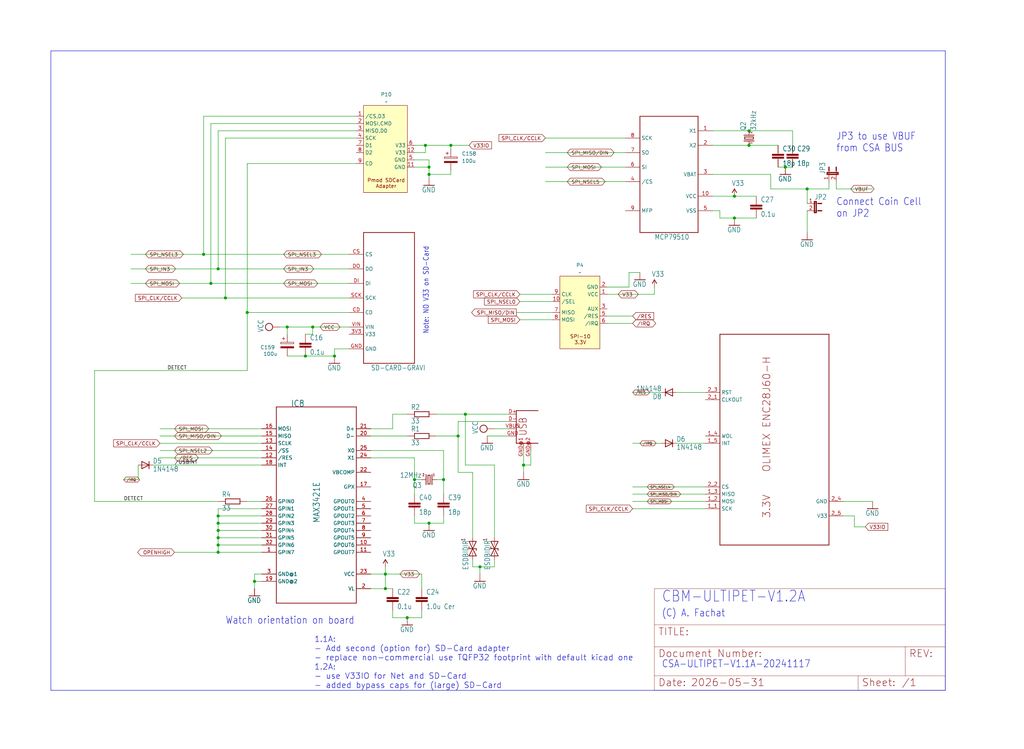
<source format=kicad_sch>
(kicad_sch (version 20231120) (generator "eeschema") (generator_version "8.0")
  (paper "User" 357.683 261.772)
  (lib_symbols
    (symbol "Device:C_Polarized" (pin_numbers hide) (pin_names (offset 0.254))
      (property "Reference" "C" (at 0.635 2.54 0))
      (property "Value" "C_Polarized" (at 0.635 -2.54 0))
      (symbol "C_Polarized_0_1"
        (rectangle (start -2.286 0.508) (end 2.286 1.016))
        (polyline (pts (xy -1.778 2.286) (xy -0.762 2.286)))
        (polyline (pts (xy -1.27 2.794) (xy -1.27 1.778)))
        (rectangle (start 2.286 -0.508) (end -2.286 -1.016) (fill (type outline)))
      )
      (symbol "C_Polarized_1_1"
        (pin passive line (at 0 3.81 270) (length 2.794) (name "~") (number "1"))
        (pin passive line (at 0 -3.81 90) (length 2.794) (name "~") (number "2"))
      )
    )
    (symbol "SDCard:Pmod-SDCard"
      (property "Reference" "P" (at 0 3.556 0))
      (symbol "Pmod-SDCard_0_1"
        (rectangle (start 8.255 -17.145) (end 8.255 -17.145))
      )
      (symbol "Pmod-SDCard_1_1"
        (rectangle (start -7.62 2.54) (end 7.62 -27.94) (fill (type background)))
        (text "Pmod SDCard\nAdapter" (at 0.254 -24.638 0) (effects (font (size 1.27 1.27))))
        (pin bidirectional line (at -10.16 -1.27 0) (length 2.54) (name "/CS,D3") (number "1"))
        (pin power_in line (at 10.16 -19.05 180) (length 2.54) (name "GND") (number "11"))
        (pin power_in line (at 10.16 -13.97 180) (length 2.54) (name "V33") (number "12"))
        (pin input line (at -10.16 -3.81 0) (length 2.54) (name "MOSI,CMD") (number "2"))
        (pin bidirectional line (at -10.16 -6.35 0) (length 2.54) (name "MISO,D0") (number "3"))
        (pin input line (at -10.16 -8.89 0) (length 2.54) (name "SCK") (number "4"))
        (pin power_in line (at 10.16 -16.51 180) (length 2.54) (name "GND") (number "5"))
        (pin power_in line (at 10.16 -11.43 180) (length 2.54) (name "V33") (number "6"))
        (pin bidirectional line (at -10.16 -11.43 0) (length 2.54) (name "D1") (number "7"))
        (pin bidirectional line (at -10.16 -13.97 0) (length 2.54) (name "D2") (number "8"))
        (pin output line (at -10.16 -17.78 0) (length 2.54) (name "CD") (number "9"))
      )
    )
    (symbol "SPI:SPI-10-3V3"
      (property "Reference" "P" (at 3.81 0.254 0))
      (symbol "SPI-10-3V3_1_1"
        (rectangle (start -2.54 -1.27) (end 11.43 -26.67) (fill (type background)))
        (text "SPI-10\n3.3V" (at 4.318 -4.572 0) (effects (font (size 1.27 1.27))))
        (pin power_in line (at -5.08 -20.32 0) (length 2.54) (name "VCC") (number "1"))
        (pin input line (at 13.97 -17.78 180) (length 2.54) (name "/SEL") (number "10"))
        (pin power_in line (at -5.08 -22.86 0) (length 2.54) (name "GND") (number "2"))
        (pin bidirectional line (at -5.08 -15.24 0) (length 2.54) (name "AUX") (number "3"))
        (pin input line (at -5.08 -12.7 0) (length 2.54) (name "/RES") (number "5"))
        (pin open_collector line (at -5.08 -10.16 0) (length 2.54) (name "/IRQ") (number "6"))
        (pin output line (at 13.97 -13.97 180) (length 2.54) (name "MISO") (number "7"))
        (pin input line (at 13.97 -11.43 180) (length 2.54) (name "MOSI") (number "8"))
        (pin input line (at 13.97 -20.32 180) (length 2.54) (name "CLK") (number "9"))
      )
    )
    (symbol "cbm_ultipet_v1-eagle-import:3.3V" (power)
      (property "Value" "3.3V" (at -1.016 3.556 0))
      (symbol "3.3V_1_0"
        (polyline (pts (xy 0 2.54) (xy -0.762 1.27)) (stroke (width 0.254)))
        (polyline (pts (xy 0.762 1.27) (xy 0 2.54)) (stroke (width 0.254)))
        (pin power_in line (at 0 0 90) (length 2.54) (name "3.3V") (number "1"))
      )
    )
    (symbol "cbm_ultipet_v1-eagle-import:C-EUC0603"
      (property "Reference" "C" (at 1.524 0.381 0))
      (symbol "C-EUC0603_1_0"
        (rectangle (start -2.032 -2.032) (end 2.032 -1.524) (fill (type outline)))
        (rectangle (start -2.032 -1.016) (end 2.032 -0.508) (fill (type outline)))
        (polyline (pts (xy 0 -2.54) (xy 0 -2.032)) (stroke (width 0.1524)))
        (polyline (pts (xy 0 0) (xy 0 -0.508)) (stroke (width 0.1524)))
        (pin passive line (at 0 2.54 270) (length 2.54) (name "1") (number "1"))
        (pin passive line (at 0 -5.08 90) (length 2.54) (name "2") (number "2"))
      )
    )
    (symbol "cbm_ultipet_v1-eagle-import:CRYSTALHC49S"
      (property "Reference" "Q" (at 2.54 1.016 0))
      (symbol "CRYSTALHC49S_1_0"
        (polyline (pts (xy -2.54 0) (xy -1.016 0)) (stroke (width 0.1524)))
        (polyline (pts (xy -1.016 1.778) (xy -1.016 -1.778)) (stroke (width 0.254)))
        (polyline (pts (xy -0.381 -1.524) (xy 0.381 -1.524)) (stroke (width 0.254)))
        (polyline (pts (xy -0.381 1.524) (xy -0.381 -1.524)) (stroke (width 0.254)))
        (polyline (pts (xy 0.381 -1.524) (xy 0.381 1.524)) (stroke (width 0.254)))
        (polyline (pts (xy 0.381 1.524) (xy -0.381 1.524)) (stroke (width 0.254)))
        (polyline (pts (xy 1.016 0) (xy 2.54 0)) (stroke (width 0.1524)))
        (polyline (pts (xy 1.016 1.778) (xy 1.016 -1.778)) (stroke (width 0.254)))
        (text "1" (at -2.159 -1.143 0) (effects (font (size 0.8636 0.734)) (justify left bottom)))
        (text "2" (at 1.524 -1.143 0) (effects (font (size 0.8636 0.734)) (justify left bottom)))
        (pin passive line (at -2.54 0 0) (length 0) (name "1") (number "1"))
        (pin passive line (at 2.54 0 180) (length 0) (name "2") (number "2"))
      )
    )
    (symbol "cbm_ultipet_v1-eagle-import:CRYSTALTC26H"
      (property "Reference" "Q" (at 2.54 1.016 0))
      (symbol "CRYSTALTC26H_1_0"
        (polyline (pts (xy -2.54 0) (xy -1.016 0)) (stroke (width 0.1524)))
        (polyline (pts (xy -1.016 1.778) (xy -1.016 -1.778)) (stroke (width 0.254)))
        (polyline (pts (xy -0.381 -1.524) (xy 0.381 -1.524)) (stroke (width 0.254)))
        (polyline (pts (xy -0.381 1.524) (xy -0.381 -1.524)) (stroke (width 0.254)))
        (polyline (pts (xy 0.381 -1.524) (xy 0.381 1.524)) (stroke (width 0.254)))
        (polyline (pts (xy 0.381 1.524) (xy -0.381 1.524)) (stroke (width 0.254)))
        (polyline (pts (xy 1.016 0) (xy 2.54 0)) (stroke (width 0.1524)))
        (polyline (pts (xy 1.016 1.778) (xy 1.016 -1.778)) (stroke (width 0.254)))
        (text "1" (at -2.159 -1.143 0) (effects (font (size 0.8636 0.734)) (justify left bottom)))
        (text "2" (at 1.524 -1.143 0) (effects (font (size 0.8636 0.734)) (justify left bottom)))
        (pin passive line (at -2.54 0 0) (length 0) (name "1") (number "1"))
        (pin passive line (at 2.54 0 180) (length 0) (name "2") (number "2"))
      )
    )
    (symbol "cbm_ultipet_v1-eagle-import:DIODE-D-5"
      (property "Reference" "D" (at 2.54 0.4826 0))
      (symbol "DIODE-D-5_1_0"
        (polyline (pts (xy -1.27 -1.27) (xy 1.27 0)) (stroke (width 0.254)))
        (polyline (pts (xy -1.27 1.27) (xy -1.27 -1.27)) (stroke (width 0.254)))
        (polyline (pts (xy 1.27 0) (xy -1.27 1.27)) (stroke (width 0.254)))
        (polyline (pts (xy 1.27 0) (xy 1.27 -1.27)) (stroke (width 0.254)))
        (polyline (pts (xy 1.27 1.27) (xy 1.27 0)) (stroke (width 0.254)))
        (pin passive line (at -2.54 0 0) (length 2.54) (name "A") (number "A"))
        (pin passive line (at 2.54 0 180) (length 2.54) (name "C") (number "C"))
      )
    )
    (symbol "cbm_ultipet_v1-eagle-import:DOCFIELD"
      (symbol "DOCFIELD_1_0"
        (polyline (pts (xy 0 0) (xy 0 5.08)) (stroke (width 0.1016)))
        (polyline (pts (xy 0 0) (xy 71.12 0)) (stroke (width 0.1016)))
        (polyline (pts (xy 0 5.08) (xy 0 15.24)) (stroke (width 0.1016)))
        (polyline (pts (xy 0 5.08) (xy 71.12 5.08)) (stroke (width 0.1016)))
        (polyline (pts (xy 0 15.24) (xy 0 22.86)) (stroke (width 0.1016)))
        (polyline (pts (xy 0 22.86) (xy 0 35.56)) (stroke (width 0.1016)))
        (polyline (pts (xy 0 22.86) (xy 101.6 22.86)) (stroke (width 0.1016)))
        (polyline (pts (xy 71.12 0) (xy 101.6 0)) (stroke (width 0.1016)))
        (polyline (pts (xy 71.12 5.08) (xy 71.12 0)) (stroke (width 0.1016)))
        (polyline (pts (xy 71.12 5.08) (xy 87.63 5.08)) (stroke (width 0.1016)))
        (polyline (pts (xy 87.63 5.08) (xy 101.6 5.08)) (stroke (width 0.1016)))
        (polyline (pts (xy 87.63 15.24) (xy 0 15.24)) (stroke (width 0.1016)))
        (polyline (pts (xy 87.63 15.24) (xy 87.63 5.08)) (stroke (width 0.1016)))
        (polyline (pts (xy 101.6 5.08) (xy 101.6 0)) (stroke (width 0.1016)))
        (polyline (pts (xy 101.6 15.24) (xy 87.63 15.24)) (stroke (width 0.1016)))
        (polyline (pts (xy 101.6 15.24) (xy 101.6 5.08)) (stroke (width 0.1016)))
        (polyline (pts (xy 101.6 22.86) (xy 101.6 15.24)) (stroke (width 0.1016)))
        (polyline (pts (xy 101.6 35.56) (xy 0 35.56)) (stroke (width 0.1016)))
        (polyline (pts (xy 101.6 35.56) (xy 101.6 22.86)) (stroke (width 0.1016)))
        (text "${#}/${##}" (at 86.36 1.27 0) (effects (font (size 2.54 2.54)) (justify left bottom)))
        (text "${CURRENT_DATE}" (at 12.7 1.27 0) (effects (font (size 2.54 2.54)) (justify left bottom)))
        (text "${PROJECTNAME}" (at 17.78 19.05 0) (effects (font (size 2.54 2.54)) (justify left bottom)))
        (text "Date:" (at 1.27 1.27 0) (effects (font (size 2.54 2.54)) (justify left bottom)))
        (text "Document Number:" (at 1.27 11.43 0) (effects (font (size 2.54 2.54)) (justify left bottom)))
        (text "REV:" (at 88.9 11.43 0) (effects (font (size 2.54 2.54)) (justify left bottom)))
        (text "Sheet:" (at 72.39 1.27 0) (effects (font (size 2.54 2.54)) (justify left bottom)))
        (text "TITLE:" (at 1.27 19.05 0) (effects (font (size 2.54 2.54)) (justify left bottom)))
      )
    )
    (symbol "cbm_ultipet_v1-eagle-import:ESDBIDIR"
      (symbol "ESDBIDIR_1_0"
        (polyline (pts (xy -3.81 -1.27) (xy -1.27 0)) (stroke (width 0.254)))
        (polyline (pts (xy -3.81 1.27) (xy -3.81 -1.27)) (stroke (width 0.254)))
        (polyline (pts (xy -1.27 -1.27) (xy -1.905 -1.27)) (stroke (width 0.254)))
        (polyline (pts (xy -1.27 0) (xy -3.81 1.27)) (stroke (width 0.254)))
        (polyline (pts (xy -1.27 0) (xy -1.27 -1.27)) (stroke (width 0.254)))
        (polyline (pts (xy -1.27 0) (xy 1.27 1.27)) (stroke (width 0.254)))
        (polyline (pts (xy -1.27 1.27) (xy -1.27 0)) (stroke (width 0.254)))
        (polyline (pts (xy -0.635 1.27) (xy -1.27 1.27)) (stroke (width 0.254)))
        (polyline (pts (xy 1.27 -1.27) (xy -1.27 0)) (stroke (width 0.254)))
        (polyline (pts (xy 1.27 1.27) (xy 1.27 -1.27)) (stroke (width 0.254)))
        (text "1" (at -5.08 -2.54 0) (effects (font (size 1.27 1.0795)) (justify left bottom)))
        (pin passive line (at 2.54 0 180) (length 2.54) (name "2") (number "1"))
        (pin passive line (at -5.08 0 0) (length 2.54) (name "1") (number "2"))
      )
    )
    (symbol "cbm_ultipet_v1-eagle-import:ETHOLIENC"
      (symbol "ETHOLIENC_1_0"
        (polyline (pts (xy -17.78 -35.56) (xy -17.78 38.1)) (stroke (width 0.254)))
        (polyline (pts (xy -17.78 38.1) (xy 20.32 38.1)) (stroke (width 0.254)))
        (polyline (pts (xy 20.32 -35.56) (xy -17.78 -35.56)) (stroke (width 0.254)))
        (polyline (pts (xy 20.32 38.1) (xy 20.32 -35.56)) (stroke (width 0.254)))
        (text "3.3V" (at 2.54 20.32 900) (effects (font (size 2.54 2.54)) (justify left bottom)))
        (text "OLIMEX ENC28J60-H" (at 2.54 -27.94 900) (effects (font (size 2.54 2.54)) (justify left bottom)))
        (pin bidirectional line (at 25.4 25.4 180) (length 5.08) (name "SCK") (number "1_1"))
        (pin bidirectional line (at 25.4 22.86 180) (length 5.08) (name "MOSI") (number "1_2"))
        (pin bidirectional line (at 25.4 20.32 180) (length 5.08) (name "MISO") (number "1_3"))
        (pin bidirectional line (at 25.4 0 180) (length 5.08) (name "WOL") (number "1_4"))
        (pin bidirectional line (at 25.4 2.54 180) (length 5.08) (name "INT") (number "1_5"))
        (pin bidirectional line (at 25.4 -12.7 180) (length 5.08) (name "CLKOUT") (number "2_1"))
        (pin bidirectional line (at 25.4 17.78 180) (length 5.08) (name "CS") (number "2_2"))
        (pin bidirectional line (at 25.4 -15.24 180) (length 5.08) (name "RST") (number "2_3"))
        (pin bidirectional line (at -22.86 22.86 0) (length 5.08) (name "GND") (number "2_4"))
        (pin bidirectional line (at -22.86 27.94 0) (length 5.08) (name "V33") (number "2_5"))
      )
    )
    (symbol "cbm_ultipet_v1-eagle-import:GND" (power)
      (property "Value" "GND" (at -2.54 -2.54 0))
      (symbol "GND_1_0"
        (polyline (pts (xy -1.905 0) (xy 1.905 0)) (stroke (width 0.254)))
        (pin power_in line (at 0 2.54 270) (length 2.54) (name "GND") (number "1"))
      )
    )
    (symbol "cbm_ultipet_v1-eagle-import:JP1E"
      (property "Reference" "JP" (at -1.27 0 90))
      (symbol "JP1E_1_0"
        (polyline (pts (xy -0.635 0) (xy 3.175 0)) (stroke (width 0.4064)))
        (polyline (pts (xy -0.635 0.635) (xy -0.635 0)) (stroke (width 0.4064)))
        (polyline (pts (xy 0 0) (xy 0 1.27)) (stroke (width 0.1524)))
        (polyline (pts (xy 0 2.54) (xy 0 1.27)) (stroke (width 0.4064)))
        (polyline (pts (xy 2.54 0) (xy 2.54 1.27)) (stroke (width 0.1524)))
        (polyline (pts (xy 2.54 2.54) (xy 2.54 1.27)) (stroke (width 0.4064)))
        (polyline (pts (xy 3.175 0) (xy 3.175 0.635)) (stroke (width 0.4064)))
        (polyline (pts (xy 3.175 0.635) (xy -0.635 0.635)) (stroke (width 0.4064)))
        (pin passive line (at 0 -2.54 90) (length 2.54) (name "1") (number "1"))
        (pin passive line (at 2.54 -2.54 90) (length 2.54) (name "2") (number "2"))
      )
    )
    (symbol "cbm_ultipet_v1-eagle-import:MAX3421E"
      (property "Reference" "IC" (at -15.24 22.86 0))
      (symbol "MAX3421E_1_0"
        (polyline (pts (xy -20.32 -45.72) (xy -20.32 22.86)) (stroke (width 0.254)))
        (polyline (pts (xy -20.32 22.86) (xy 7.62 22.86)) (stroke (width 0.254)))
        (polyline (pts (xy 7.62 -45.72) (xy -20.32 -45.72)) (stroke (width 0.254)))
        (polyline (pts (xy 7.62 22.86) (xy 7.62 -45.72)) (stroke (width 0.254)))
        (pin input line (at -25.4 -27.94 0) (length 5.08) (name "GPIN7") (number "1"))
        (pin output line (at 12.7 -25.4 180) (length 5.08) (name "GPOUT6") (number "10"))
        (pin output line (at 12.7 -27.94 180) (length 5.08) (name "GPOUT7") (number "11"))
        (pin input line (at -25.4 5.08 0) (length 5.08) (name "/RES") (number "12"))
        (pin input line (at -25.4 10.16 0) (length 5.08) (name "SCLK") (number "13"))
        (pin input line (at -25.4 7.62 0) (length 5.08) (name "/SS") (number "14"))
        (pin output line (at -25.4 12.7 0) (length 5.08) (name "MISO") (number "15"))
        (pin input line (at -25.4 15.24 0) (length 5.08) (name "MOSI") (number "16"))
        (pin bidirectional line (at 12.7 -5.08 180) (length 5.08) (name "GPX") (number "17"))
        (pin output line (at -25.4 2.54 0) (length 5.08) (name "INT") (number "18"))
        (pin power_in line (at -25.4 -38.1 0) (length 5.08) (name "GND@2") (number "19"))
        (pin power_in line (at 12.7 -40.64 180) (length 5.08) (name "VL") (number "2"))
        (pin bidirectional line (at 12.7 12.7 180) (length 5.08) (name "D-") (number "20"))
        (pin bidirectional line (at 12.7 15.24 180) (length 5.08) (name "D+") (number "21"))
        (pin bidirectional line (at 12.7 0 180) (length 5.08) (name "VBCOMP") (number "22"))
        (pin power_in line (at 12.7 -35.56 180) (length 5.08) (name "VCC") (number "23"))
        (pin bidirectional line (at 12.7 5.08 180) (length 5.08) (name "X1") (number "24"))
        (pin bidirectional line (at 12.7 7.62 180) (length 5.08) (name "X0") (number "25"))
        (pin input line (at -25.4 -10.16 0) (length 5.08) (name "GPIN0") (number "26"))
        (pin input line (at -25.4 -12.7 0) (length 5.08) (name "GPIN1") (number "27"))
        (pin input line (at -25.4 -15.24 0) (length 5.08) (name "GPIN2") (number "28"))
        (pin input line (at -25.4 -17.78 0) (length 5.08) (name "GPIN3") (number "29"))
        (pin power_in line (at -25.4 -35.56 0) (length 5.08) (name "GND@1") (number "3"))
        (pin input line (at -25.4 -20.32 0) (length 5.08) (name "GPIN4") (number "30"))
        (pin input line (at -25.4 -22.86 0) (length 5.08) (name "GPIN5") (number "31"))
        (pin input line (at -25.4 -25.4 0) (length 5.08) (name "GPIN6") (number "32"))
        (pin output line (at 12.7 -10.16 180) (length 5.08) (name "GPOUT0") (number "4"))
        (pin output line (at 12.7 -12.7 180) (length 5.08) (name "GPOUT1") (number "5"))
        (pin output line (at 12.7 -15.24 180) (length 5.08) (name "GPOUT2") (number "6"))
        (pin output line (at 12.7 -17.78 180) (length 5.08) (name "GPOUT3") (number "7"))
        (pin output line (at 12.7 -20.32 180) (length 5.08) (name "GPOUT4") (number "8"))
        (pin output line (at 12.7 -22.86 180) (length 5.08) (name "GPOUT5") (number "9"))
      )
    )
    (symbol "cbm_ultipet_v1-eagle-import:MCP79510"
      (symbol "MCP79510_1_0"
        (polyline (pts (xy -10.16 -22.86) (xy -10.16 17.78)) (stroke (width 0.254)))
        (polyline (pts (xy -10.16 17.78) (xy 10.16 17.78)) (stroke (width 0.254)))
        (polyline (pts (xy 10.16 -22.86) (xy -10.16 -22.86)) (stroke (width 0.254)))
        (polyline (pts (xy 10.16 17.78) (xy 10.16 -22.86)) (stroke (width 0.254)))
        (pin bidirectional line (at 15.24 12.7 180) (length 5.08) (name "X1") (number "1"))
        (pin bidirectional line (at 15.24 -10.16 180) (length 5.08) (name "VCC") (number "10"))
        (pin bidirectional line (at 15.24 7.62 180) (length 5.08) (name "X2") (number "2"))
        (pin bidirectional line (at 15.24 -2.54 180) (length 5.08) (name "VBAT") (number "3"))
        (pin bidirectional line (at -15.24 -5.08 0) (length 5.08) (name "/CS") (number "4"))
        (pin bidirectional line (at 15.24 -15.24 180) (length 5.08) (name "VSS") (number "5"))
        (pin bidirectional line (at -15.24 0 0) (length 5.08) (name "SI") (number "6"))
        (pin bidirectional line (at -15.24 5.08 0) (length 5.08) (name "SO") (number "7"))
        (pin bidirectional line (at -15.24 10.16 0) (length 5.08) (name "SCK") (number "8"))
        (pin bidirectional line (at -15.24 -15.24 0) (length 5.08) (name "MFP") (number "9"))
      )
    )
    (symbol "cbm_ultipet_v1-eagle-import:R-EU_0204/7"
      (property "Reference" "R" (at -3.81 1.4986 0))
      (symbol "R-EU_0204/7_1_0"
        (polyline (pts (xy -2.54 -0.889) (xy -2.54 0.889)) (stroke (width 0.254)))
        (polyline (pts (xy -2.54 -0.889) (xy 2.54 -0.889)) (stroke (width 0.254)))
        (polyline (pts (xy 2.54 -0.889) (xy 2.54 0.889)) (stroke (width 0.254)))
        (polyline (pts (xy 2.54 0.889) (xy -2.54 0.889)) (stroke (width 0.254)))
        (pin passive line (at -5.08 0 0) (length 2.54) (name "1") (number "1"))
        (pin passive line (at 5.08 0 180) (length 2.54) (name "2") (number "2"))
      )
    )
    (symbol "cbm_ultipet_v1-eagle-import:SD-CARD-GRAVI"
      (symbol "SD-CARD-GRAVI_1_0"
        (polyline (pts (xy -7.62 -22.86) (xy -7.62 22.86)) (stroke (width 0.254)))
        (polyline (pts (xy -7.62 22.86) (xy 10.16 22.86)) (stroke (width 0.254)))
        (polyline (pts (xy 10.16 -22.86) (xy -7.62 -22.86)) (stroke (width 0.254)))
        (polyline (pts (xy 10.16 22.86) (xy 10.16 -22.86)) (stroke (width 0.254)))
        (pin power_in line (at -12.7 -12.7 0) (length 5.08) (name "V33") (number "3V3"))
        (pin input line (at -12.7 -5.08 0) (length 5.08) (name "CD") (number "CD"))
        (pin bidirectional line (at -12.7 15.24 0) (length 5.08) (name "CS") (number "CS"))
        (pin input line (at -12.7 5.08 0) (length 5.08) (name "DI") (number "DI"))
        (pin bidirectional line (at -12.7 10.16 0) (length 5.08) (name "DO") (number "DO"))
        (pin power_in line (at -12.7 -17.78 0) (length 5.08) (name "GND") (number "GND"))
        (pin input line (at -12.7 0 0) (length 5.08) (name "SCK") (number "SCK"))
        (pin power_in line (at -12.7 -10.16 0) (length 5.08) (name "VIN") (number "VIN"))
      )
    )
    (symbol "cbm_ultipet_v1-eagle-import:USB-A-H"
      (symbol "USB-A-H_1_0"
        (polyline (pts (xy 0 -2.54) (xy 7.62 -2.54)) (stroke (width 0.254)))
        (polyline (pts (xy 0 8.89) (xy 0 -2.54)) (stroke (width 0.254)))
        (polyline (pts (xy 7.62 8.89) (xy 0 8.89)) (stroke (width 0.254)))
        (text "USB" (at 3.81 0 900) (effects (font (size 2.54 2.159)) (justify left bottom)))
        (pin bidirectional line (at -2.54 7.62 0) (length 2.54) (name "D+") (number "D+"))
        (pin bidirectional line (at -2.54 5.08 0) (length 2.54) (name "D-") (number "D-"))
        (pin bidirectional line (at -2.54 0 0) (length 2.54) (name "GND") (number "GND"))
        (pin bidirectional line (at 2.54 -5.08 90) (length 2.54) (name "GND@1") (number "GND@1"))
        (pin bidirectional line (at 5.08 -5.08 90) (length 2.54) (name "GND@2") (number "GND@2"))
        (pin bidirectional line (at -2.54 2.54 0) (length 2.54) (name "VBUS") (number "VBUS"))
      )
    )
    (symbol "cbm_ultipet_v1-eagle-import:VCC" (power)
      (property "Value" "VCC" (at -1.905 3.175 0))
      (symbol "VCC_1_0"
        (circle (center 0 1.27) (radius 1.27) (stroke (width 0.254)))
        (pin power_in line (at 0 -2.54 90) (length 2.54) (name "VCC") (number "1"))
      )
    )
  )
  (junction (at 261.62 45.72))
  (junction (at 76.2 193.04))
  (junction (at 88.9 203.2))
  (junction (at 182.88 162.56))
  (junction (at 274.32 58.42))
  (junction (at 256.54 76.2))
  (junction (at 154.94 167.64))
  (junction (at 76.2 187.96))
  (junction (at 100.33 114.3))
  (junction (at 71.12 88.9))
  (junction (at 76.2 185.42))
  (junction (at 160.02 152.4))
  (junction (at 116.84 124.46))
  (junction (at 149.86 182.88))
  (junction (at 134.62 200.66))
  (junction (at 162.56 144.78))
  (junction (at 149.86 60.96))
  (junction (at 149.86 58.42))
  (junction (at 76.2 180.34))
  (junction (at 78.74 104.14))
  (junction (at 109.22 114.3))
  (junction (at 148.59 50.8))
  (junction (at 86.36 109.22))
  (junction (at 76.2 182.88))
  (junction (at 256.54 68.58))
  (junction (at 76.2 93.98))
  (junction (at 73.66 99.06))
  (junction (at 76.2 190.5))
  (junction (at 144.78 167.64))
  (junction (at 134.62 205.74))
  (junction (at 281.94 66.04))
  (junction (at 142.24 215.9))
  (junction (at 167.64 198.12))
  (junction (at 157.48 50.8))
  (junction (at 106.68 124.46))
  (junction (at 261.62 50.8))
  (wire (pts (xy 180.34 109.22) (xy 193.04 109.22)))
  (polyline (pts (xy 17.78 17.78) (xy 17.78 241.3)) (stroke (width 0.1524) (type solid)))
  (wire (pts (xy 73.66 43.18) (xy 73.66 99.06)))
  (wire (pts (xy 129.54 205.74) (xy 134.62 205.74)) (stroke (width 0.1524)))
  (wire (pts (xy 185.42 157.48) (xy 185.42 162.56)) (stroke (width 0.1524)))
  (wire (pts (xy 162.56 144.78) (xy 177.8 144.78)) (stroke (width 0.1524)))
  (wire (pts (xy 218.44 58.42) (xy 190.5 58.42)) (stroke (width 0.1524)))
  (wire (pts (xy 165.1 165.1) (xy 160.02 165.1)) (stroke (width 0.1524)))
  (wire (pts (xy 181.61 102.87) (xy 193.04 102.87)))
  (wire (pts (xy 147.32 200.66) (xy 147.32 205.74)) (stroke (width 0.1524)))
  (wire (pts (xy 129.54 160.02) (xy 144.78 160.02)) (stroke (width 0.1524)))
  (polyline (pts (xy 330.2 241.3) (xy 330.2 17.78)) (stroke (width 0.1524) (type solid)))
  (wire (pts (xy 91.44 203.2) (xy 88.9 203.2)) (stroke (width 0.1524)))
  (wire (pts (xy 251.46 76.2) (xy 256.54 76.2)) (stroke (width 0.1524)))
  (wire (pts (xy 76.2 175.26) (xy 33.02 175.26)) (stroke (width 0.1524)))
  (wire (pts (xy 181.61 105.41) (xy 193.04 105.41)))
  (wire (pts (xy 276.86 45.72) (xy 276.86 50.8)) (stroke (width 0.1524)))
  (wire (pts (xy 100.33 114.3) (xy 97.79 114.3)) (stroke (width 0.1524)))
  (wire (pts (xy 76.2 187.96) (xy 76.2 185.42)) (stroke (width 0.1524)))
  (wire (pts (xy 292.1 63.5) (xy 292.1 66.04)) (stroke (width 0.1524)))
  (wire (pts (xy 91.44 182.88) (xy 76.2 182.88)) (stroke (width 0.1524)))
  (wire (pts (xy 91.44 187.96) (xy 76.2 187.96)) (stroke (width 0.1524)))
  (wire (pts (xy 129.54 157.48) (xy 154.94 157.48)) (stroke (width 0.1524)))
  (wire (pts (xy 86.36 109.22) (xy 86.36 129.54)) (stroke (width 0.1524)))
  (wire (pts (xy 172.72 187.96) (xy 172.72 162.56)) (stroke (width 0.1524)))
  (wire (pts (xy 137.16 149.86) (xy 137.16 144.78)) (stroke (width 0.1524)))
  (wire (pts (xy 134.62 200.66) (xy 134.62 198.12)) (stroke (width 0.1524)))
  (wire (pts (xy 116.84 124.46) (xy 106.68 124.46)) (stroke (width 0.1524)))
  (wire (pts (xy 269.24 60.96) (xy 269.24 66.04)) (stroke (width 0.1524)))
  (wire (pts (xy 149.86 60.96) (xy 149.86 62.23)))
  (wire (pts (xy 172.72 149.86) (xy 177.8 149.86)) (stroke (width 0.1524)))
  (wire (pts (xy 157.48 50.8) (xy 163.83 50.8)))
  (wire (pts (xy 91.44 157.48) (xy 55.88 157.48)) (stroke (width 0.1524)))
  (wire (pts (xy 160.02 147.32) (xy 177.8 147.32)) (stroke (width 0.1524)))
  (wire (pts (xy 91.44 185.42) (xy 76.2 185.42)) (stroke (width 0.1524)))
  (wire (pts (xy 129.54 200.66) (xy 134.62 200.66)) (stroke (width 0.1524)))
  (wire (pts (xy 271.78 58.42) (xy 274.32 58.42)) (stroke (width 0.1524)))
  (wire (pts (xy 157.48 50.8) (xy 157.48 52.07)))
  (wire (pts (xy 144.78 167.64) (xy 144.78 160.02)) (stroke (width 0.1524)))
  (wire (pts (xy 231.14 154.94) (xy 220.98 154.94)) (stroke (width 0.1524)))
  (wire (pts (xy 91.44 190.5) (xy 76.2 190.5)) (stroke (width 0.1524)))
  (wire (pts (xy 218.44 63.5) (xy 190.5 63.5)) (stroke (width 0.1524)))
  (wire (pts (xy 246.38 177.8) (xy 220.98 177.8)) (stroke (width 0.1524)))
  (wire (pts (xy 134.62 205.74) (xy 137.16 205.74)) (stroke (width 0.1524)))
  (wire (pts (xy 76.2 93.98) (xy 121.92 93.98)) (stroke (width 0.1524)))
  (wire (pts (xy 152.4 144.78) (xy 162.56 144.78)) (stroke (width 0.1524)))
  (wire (pts (xy 149.86 182.88) (xy 154.94 182.88)) (stroke (width 0.1524)))
  (wire (pts (xy 124.46 45.72) (xy 76.2 45.72)))
  (wire (pts (xy 76.2 193.04) (xy 76.2 190.5)) (stroke (width 0.1524)))
  (wire (pts (xy 149.86 58.42) (xy 149.86 60.96)))
  (polyline (pts (xy 17.78 241.3) (xy 330.2 241.3)) (stroke (width 0.1524) (type solid)))
  (wire (pts (xy 91.44 154.94) (xy 55.88 154.94)) (stroke (width 0.1524)))
  (wire (pts (xy 246.38 175.26) (xy 220.98 175.26)) (stroke (width 0.1524)))
  (wire (pts (xy 124.46 48.26) (xy 78.74 48.26)))
  (wire (pts (xy 274.32 58.42) (xy 276.86 58.42)) (stroke (width 0.1524)))
  (wire (pts (xy 76.2 190.5) (xy 76.2 187.96)) (stroke (width 0.1524)))
  (wire (pts (xy 172.72 162.56) (xy 162.56 162.56)) (stroke (width 0.1524)))
  (wire (pts (xy 109.22 114.3) (xy 100.33 114.3)) (stroke (width 0.1524)))
  (wire (pts (xy 152.4 152.4) (xy 160.02 152.4)) (stroke (width 0.1524)))
  (wire (pts (xy 154.94 167.64) (xy 154.94 172.72)) (stroke (width 0.1524)))
  (wire (pts (xy 76.2 185.42) (xy 76.2 182.88)) (stroke (width 0.1524)))
  (wire (pts (xy 177.8 152.4) (xy 170.18 152.4)) (stroke (width 0.1524)))
  (wire (pts (xy 182.88 165.1) (xy 182.88 162.56)) (stroke (width 0.1524)))
  (wire (pts (xy 71.12 40.64) (xy 71.12 88.9)))
  (wire (pts (xy 261.62 45.72) (xy 276.86 45.72)) (stroke (width 0.1524)))
  (wire (pts (xy 33.02 175.26) (xy 33.02 129.54)) (stroke (width 0.1524)))
  (wire (pts (xy 106.68 116.84) (xy 109.22 116.84)) (stroke (width 0.1524)))
  (wire (pts (xy 157.48 59.69) (xy 157.48 60.96)))
  (wire (pts (xy 231.14 137.16) (xy 220.98 137.16)) (stroke (width 0.1524)))
  (wire (pts (xy 281.94 66.04) (xy 289.56 66.04)) (stroke (width 0.1524)))
  (wire (pts (xy 160.02 165.1) (xy 160.02 152.4)) (stroke (width 0.1524)))
  (wire (pts (xy 88.9 203.2) (xy 88.9 205.74)) (stroke (width 0.1524)))
  (wire (pts (xy 45.72 99.06) (xy 73.66 99.06)) (stroke (width 0.1524)))
  (wire (pts (xy 154.94 157.48) (xy 154.94 167.64)) (stroke (width 0.1524)))
  (wire (pts (xy 71.12 88.9) (xy 121.92 88.9)) (stroke (width 0.1524)))
  (wire (pts (xy 281.94 71.12) (xy 281.94 66.04)) (stroke (width 0.1524)))
  (wire (pts (xy 91.44 160.02) (xy 55.88 160.02)) (stroke (width 0.1524)))
  (wire (pts (xy 218.44 53.34) (xy 190.5 53.34)) (stroke (width 0.1524)))
  (wire (pts (xy 298.45 184.15) (xy 302.26 184.15)))
  (wire (pts (xy 251.46 73.66) (xy 251.46 76.2)) (stroke (width 0.1524)))
  (wire (pts (xy 63.5 104.14) (xy 78.74 104.14)) (stroke (width 0.1524)))
  (wire (pts (xy 148.59 53.34) (xy 148.59 50.8)))
  (wire (pts (xy 248.92 68.58) (xy 256.54 68.58)) (stroke (width 0.1524)))
  (wire (pts (xy 129.54 149.86) (xy 137.16 149.86)) (stroke (width 0.1524)))
  (wire (pts (xy 116.84 121.92) (xy 116.84 124.46)) (stroke (width 0.1524)))
  (wire (pts (xy 147.32 167.64) (xy 144.78 167.64)) (stroke (width 0.1524)))
  (wire (pts (xy 78.74 104.14) (xy 121.92 104.14)) (stroke (width 0.1524)))
  (wire (pts (xy 289.56 66.04) (xy 289.56 63.5)) (stroke (width 0.1524)))
  (wire (pts (xy 45.72 93.98) (xy 76.2 93.98)) (stroke (width 0.1524)))
  (wire (pts (xy 91.44 162.56) (xy 53.34 162.56)) (stroke (width 0.1524)))
  (wire (pts (xy 172.72 198.12) (xy 172.72 195.58)) (stroke (width 0.1524)))
  (wire (pts (xy 228.6 102.87) (xy 228.6 100.33)))
  (wire (pts (xy 256.54 76.2) (xy 264.16 76.2)) (stroke (width 0.1524)))
  (polyline (pts (xy 330.2 17.78) (xy 17.78 17.78)) (stroke (width 0.1524) (type solid)))
  (wire (pts (xy 212.09 102.87) (xy 228.6 102.87)))
  (wire (pts (xy 134.62 200.66) (xy 147.32 200.66)) (stroke (width 0.1524)))
  (wire (pts (xy 212.09 110.49) (xy 220.98 110.49)))
  (wire (pts (xy 86.36 57.15) (xy 86.36 109.22)))
  (wire (pts (xy 246.38 137.16) (xy 236.22 137.16)) (stroke (width 0.1524)))
  (wire (pts (xy 152.4 167.64) (xy 154.94 167.64)) (stroke (width 0.1524)))
  (wire (pts (xy 45.72 88.9) (xy 71.12 88.9)) (stroke (width 0.1524)))
  (wire (pts (xy 304.8 66.04) (xy 292.1 66.04)) (stroke (width 0.1524)))
  (wire (pts (xy 91.44 180.34) (xy 76.2 180.34)) (stroke (width 0.1524)))
  (wire (pts (xy 144.78 58.42) (xy 149.86 58.42)))
  (wire (pts (xy 137.16 215.9) (xy 142.24 215.9)) (stroke (width 0.1524)))
  (wire (pts (xy 248.92 45.72) (xy 261.62 45.72)) (stroke (width 0.1524)))
  (wire (pts (xy 160.02 152.4) (xy 160.02 147.32)) (stroke (width 0.1524)))
  (wire (pts (xy 248.92 73.66) (xy 251.46 73.66)) (stroke (width 0.1524)))
  (wire (pts (xy 124.46 40.64) (xy 71.12 40.64)))
  (wire (pts (xy 76.2 182.88) (xy 76.2 180.34)) (stroke (width 0.1524)))
  (wire (pts (xy 298.45 184.15) (xy 298.45 180.34)))
  (wire (pts (xy 269.24 66.04) (xy 281.94 66.04)) (stroke (width 0.1524)))
  (wire (pts (xy 100.33 114.3) (xy 100.33 116.84)))
  (wire (pts (xy 181.61 111.76) (xy 193.04 111.76)))
  (wire (pts (xy 60.96 193.04) (xy 76.2 193.04)) (stroke (width 0.1524)))
  (wire (pts (xy 298.45 180.34) (xy 294.64 180.34)))
  (wire (pts (xy 91.44 152.4) (xy 55.88 152.4)) (stroke (width 0.1524)))
  (wire (pts (xy 78.74 48.26) (xy 78.74 104.14)))
  (wire (pts (xy 91.44 149.86) (xy 55.88 149.86)) (stroke (width 0.1524)))
  (wire (pts (xy 121.92 109.22) (xy 86.36 109.22)) (stroke (width 0.1524)))
  (wire (pts (xy 149.86 55.88) (xy 149.86 58.42)))
  (wire (pts (xy 129.54 152.4) (xy 142.24 152.4)) (stroke (width 0.1524)))
  (wire (pts (xy 144.78 53.34) (xy 148.59 53.34)))
  (wire (pts (xy 219.71 95.25) (xy 223.52 95.25)))
  (wire (pts (xy 212.09 100.33) (xy 219.71 100.33)))
  (wire (pts (xy 219.71 100.33) (xy 219.71 95.25)))
  (wire (pts (xy 165.1 198.12) (xy 165.1 195.58)) (stroke (width 0.1524)))
  (wire (pts (xy 91.44 193.04) (xy 76.2 193.04)) (stroke (width 0.1524)))
  (wire (pts (xy 165.1 187.96) (xy 165.1 165.1)) (stroke (width 0.1524)))
  (wire (pts (xy 137.16 144.78) (xy 142.24 144.78)) (stroke (width 0.1524)))
  (wire (pts (xy 124.46 57.15) (xy 86.36 57.15)))
  (wire (pts (xy 246.38 154.94) (xy 236.22 154.94)) (stroke (width 0.1524)))
  (wire (pts (xy 144.78 55.88) (xy 149.86 55.88)))
  (wire (pts (xy 154.94 182.88) (xy 154.94 180.34)) (stroke (width 0.1524)))
  (wire (pts (xy 73.66 99.06) (xy 121.92 99.06)) (stroke (width 0.1524)))
  (wire (pts (xy 167.64 198.12) (xy 172.72 198.12)) (stroke (width 0.1524)))
  (wire (pts (xy 246.38 170.18) (xy 220.98 170.18)) (stroke (width 0.1524)))
  (wire (pts (xy 100.33 124.46) (xy 106.68 124.46)))
  (wire (pts (xy 76.2 45.72) (xy 76.2 93.98)))
  (wire (pts (xy 33.02 129.54) (xy 86.36 129.54)) (stroke (width 0.1524)))
  (wire (pts (xy 91.44 175.26) (xy 86.36 175.26)) (stroke (width 0.1524)))
  (wire (pts (xy 281.94 81.28) (xy 281.94 73.66)) (stroke (width 0.1524)))
  (wire (pts (xy 48.26 167.64) (xy 43.18 167.64)) (stroke (width 0.1524)))
  (wire (pts (xy 76.2 177.8) (xy 76.2 180.34)))
  (wire (pts (xy 144.78 182.88) (xy 149.86 182.88)) (stroke (width 0.1524)))
  (wire (pts (xy 134.62 205.74) (xy 134.62 200.66)) (stroke (width 0.1524)))
  (wire (pts (xy 182.88 162.56) (xy 182.88 157.48)) (stroke (width 0.1524)))
  (wire (pts (xy 91.44 200.66) (xy 88.9 200.66)) (stroke (width 0.1524)))
  (wire (pts (xy 144.78 180.34) (xy 144.78 182.88)) (stroke (width 0.1524)))
  (wire (pts (xy 218.44 48.26) (xy 190.5 48.26)) (stroke (width 0.1524)))
  (wire (pts (xy 121.92 114.3) (xy 109.22 114.3)) (stroke (width 0.1524)))
  (wire (pts (xy 144.78 50.8) (xy 148.59 50.8)))
  (wire (pts (xy 121.92 121.92) (xy 116.84 121.92)) (stroke (width 0.1524)))
  (wire (pts (xy 162.56 162.56) (xy 162.56 144.78)) (stroke (width 0.1524)))
  (wire (pts (xy 248.92 50.8) (xy 261.62 50.8)) (stroke (width 0.1524)))
  (wire (pts (xy 137.16 213.36) (xy 137.16 215.9)) (stroke (width 0.1524)))
  (wire (pts (xy 294.64 175.26) (xy 304.8 175.26)) (stroke (width 0.1524)))
  (wire (pts (xy 248.92 60.96) (xy 269.24 60.96)) (stroke (width 0.1524)))
  (wire (pts (xy 157.48 60.96) (xy 149.86 60.96)))
  (wire (pts (xy 142.24 215.9) (xy 147.32 215.9)) (stroke (width 0.1524)))
  (wire (pts (xy 246.38 172.72) (xy 220.98 172.72)) (stroke (width 0.1524)))
  (wire (pts (xy 212.09 113.03) (xy 220.98 113.03)))
  (wire (pts (xy 167.64 198.12) (xy 165.1 198.12)) (stroke (width 0.1524)))
  (wire (pts (xy 256.54 68.58) (xy 264.16 68.58)) (stroke (width 0.1524)))
  (wire (pts (xy 148.59 50.8) (xy 157.48 50.8)))
  (wire (pts (xy 124.46 43.18) (xy 73.66 43.18)))
  (wire (pts (xy 91.44 177.8) (xy 76.2 177.8)))
  (wire (pts (xy 185.42 162.56) (xy 182.88 162.56)) (stroke (width 0.1524)))
  (wire (pts (xy 88.9 200.66) (xy 88.9 203.2)) (stroke (width 0.1524)))
  (wire (pts (xy 48.26 167.64) (xy 48.26 162.56)) (stroke (width 0.1524)))
  (wire (pts (xy 109.22 116.84) (xy 109.22 114.3)) (stroke (width 0.1524)))
  (wire (pts (xy 261.62 50.8) (xy 271.78 50.8)) (stroke (width 0.1524)))
  (wire (pts (xy 167.64 200.66) (xy 167.64 198.12)) (stroke (width 0.1524)))
  (wire (pts (xy 144.78 167.64) (xy 144.78 172.72)) (stroke (width 0.1524)))
  (wire (pts (xy 147.32 215.9) (xy 147.32 213.36)) (stroke (width 0.1524)))
  (text "CBM-ULTIPET-V1.2A" (at 231.14 210.82 0) (effects (font (size 3.81 3.2385)) (justify left bottom)))
  (text "Connect Coin Cell\non JP2" (at 292.1 76.2 0) (effects (font (size 2.54 2.159)) (justify left bottom)))
  (text "JP3 to use VBUF\nfrom CSA BUS" (at 292.1 53.34 0) (effects (font (size 2.54 2.159)) (justify left bottom)))
  (text "1.1A:\n- Add second (option for) SD-Card adapter\n- replace non-commercial use TQFP32 footprint with default kicad one\n1.2A:\n- use V33IO for Net and SD-Card\n- added bypass caps for (large) SD-Card" (at 109.728 231.648 0) (effects (font (size 2 2)) (justify left)))
  (text "CSA-ULTIPET-V1.1A-20241117" (at 231.14 233.68 0) (effects (font (size 2.54 2.159)) (justify left bottom)))
  (text "(C) A. Fachat" (at 231.14 215.9 0) (effects (font (size 2.54 2.159)) (justify left bottom)))
  (text "Watch orientation on board~{}" (at 78.74 218.44 0) (effects (font (size 2.54 2.159)) (justify left bottom)))
  (text "Note: NO V33 on SD-Card" (at 149.86 116.84 90) (effects (font (size 1.778 1.5113)) (justify left bottom)))
  (label "DETECT" (at 58.42 129.54 0) (effects (font (size 1.2446 1.2446))))
  (label "DETECT" (at 43.18 175.26 0) (effects (font (size 1.2446 1.2446))))
  (label "/USBINT" (at 60.96 162.56 0) (effects (font (size 1.2446 1.2446))))
  (global_label "SPI_MOSI" (shape input) (at 181.61 111.76 180) (property "Intersheetrefs" "${INTERSHEET_REFS}" (effects (hide yes))))
  (global_label "SPI_CLK{slash}CCLK" (shape input) (at 181.61 102.87 180) (property "Intersheetrefs" "${INTERSHEET_REFS}" (effects (hide yes))))
  (global_label "SPI_CLK{slash}CCLK" (shape input) (at 63.5 104.14 180) (property "Intersheetrefs" "${INTERSHEET_REFS}" (effects (hide yes))))
  (global_label "SPI_MISO/DIN" (shape bidirectional) (at 60.96 152.4 0) (effects (font (size 1.2446 1.2446))) (property "Intersheetrefs" "${INTERSHEET_REFS}" (effects (hide yes))))
  (global_label "SPI_NSEL2" (shape bidirectional) (at 60.96 157.48 0) (effects (font (size 1.2446 1.2446))) (property "Intersheetrefs" "${INTERSHEET_REFS}" (effects (hide yes))))
  (global_label "SPI_MOSI" (shape bidirectional) (at 99.06 99.06 0) (effects (font (size 1.2446 1.2446))) (property "Intersheetrefs" "${INTERSHEET_REFS}" (effects (hide yes))))
  (global_label "V33IO" (shape input) (at 302.26 184.15 0) (property "Intersheetrefs" "${INTERSHEET_REFS}" (effects (hide yes))))
  (global_label "VBUF" (shape bidirectional) (at 297.18 66.04 0) (effects (font (size 1.2446 1.2446))) (property "Intersheetrefs" "${INTERSHEET_REFS}" (effects (hide yes))))
  (global_label "V33" (shape bidirectional) (at 139.7 200.66 0) (effects (font (size 1.2446 1.2446))) (property "Intersheetrefs" "${INTERSHEET_REFS}" (effects (hide yes))))
  (global_label "/RES" (shape bidirectional) (at 220.98 137.16 0) (effects (font (size 0.889 0.889))) (property "Intersheetrefs" "${INTERSHEET_REFS}" (effects (hide yes))))
  (global_label "/IRQ" (shape bidirectional) (at 223.52 154.94 0) (effects (font (size 0.889 0.889))) (property "Intersheetrefs" "${INTERSHEET_REFS}" (effects (hide yes))))
  (global_label "{slash}RES" (shape input) (at 220.98 110.49 0) (property "Intersheetrefs" "${INTERSHEET_REFS}" (effects (hide yes))))
  (global_label "{slash}IRQ" (shape bidirectional) (at 220.98 113.03 0) (property "Intersheetrefs" "${INTERSHEET_REFS}" (effects (hide yes))))
  (global_label "SPI_IN3" (shape bidirectional) (at 50.8 93.98 0) (effects (font (size 1.2446 1.2446))) (property "Intersheetrefs" "${INTERSHEET_REFS}" (effects (hide yes))))
  (global_label "SPI_MOSI" (shape bidirectional) (at 198.12 58.42 0) (effects (font (size 1.2446 1.2446))) (property "Intersheetrefs" "${INTERSHEET_REFS}" (effects (hide yes))))
  (global_label "SPI_MISO/DIN" (shape bidirectional) (at 226.06 172.72 0) (effects (font (size 0.889 0.889))) (property "Intersheetrefs" "${INTERSHEET_REFS}" (effects (hide yes))))
  (global_label "/RES" (shape bidirectional) (at 60.96 160.02 0) (effects (font (size 1.2446 1.2446))) (property "Intersheetrefs" "${INTERSHEET_REFS}" (effects (hide yes))))
  (global_label "SPI_NSEL5" (shape bidirectional) (at 198.12 63.5 0) (effects (font (size 1.2446 1.2446))) (property "Intersheetrefs" "${INTERSHEET_REFS}" (effects (hide yes))))
  (global_label "SPI_CLK{slash}CCLK" (shape input) (at 220.98 177.8 180) (property "Intersheetrefs" "${INTERSHEET_REFS}" (effects (hide yes))))
  (global_label "V33" (shape bidirectional) (at 215.9 102.87 0) (property "Intersheetrefs" "${INTERSHEET_REFS}" (effects (hide yes))))
  (global_label "SPI_NSEL3" (shape bidirectional) (at 50.8 88.9 0) (effects (font (size 1.2446 1.2446))) (property "Intersheetrefs" "${INTERSHEET_REFS}" (effects (hide yes))))
  (global_label "SPI_CLK{slash}CCLK" (shape input) (at 190.5 48.26 180) (property "Intersheetrefs" "${INTERSHEET_REFS}" (effects (hide yes))))
  (global_label "SPI_MOSI" (shape bidirectional) (at 226.06 175.26 0) (effects (font (size 0.889 0.889))) (property "Intersheetrefs" "${INTERSHEET_REFS}" (effects (hide yes))))
  (global_label "SPI_IN3" (shape bidirectional) (at 99.06 93.98 0) (effects (font (size 1.2446 1.2446))) (property "Intersheetrefs" "${INTERSHEET_REFS}" (effects (hide yes))))
  (global_label "SPI_MISO/DIN" (shape bidirectional) (at 198.12 53.34 0) (effects (font (size 1.2446 1.2446))) (property "Intersheetrefs" "${INTERSHEET_REFS}" (effects (hide yes))))
  (global_label "/IRQ" (shape bidirectional) (at 43.18 167.64 0) (effects (font (size 0.889 0.889))) (property "Intersheetrefs" "${INTERSHEET_REFS}" (effects (hide yes))))
  (global_label "SPI_NSEL4" (shape bidirectional) (at 226.06 170.18 0) (effects (font (size 0.889 0.889))) (property "Intersheetrefs" "${INTERSHEET_REFS}" (effects (hide yes))))
  (global_label "SPI_NSEL0" (shape input) (at 181.61 105.41 180) (property "Intersheetrefs" "${INTERSHEET_REFS}" (effects (hide yes))))
  (global_label "SPI_MOSI" (shape bidirectional) (at 50.8 99.06 0) (effects (font (size 1.2446 1.2446))) (property "Intersheetrefs" "${INTERSHEET_REFS}" (effects (hide yes))))
  (global_label "VCC" (shape bidirectional) (at 111.76 114.3 0) (effects (font (size 1.2446 1.2446))) (property "Intersheetrefs" "${INTERSHEET_REFS}" (effects (hide yes))))
  (global_label "SPI_NSEL3" (shape bidirectional) (at 99.06 88.9 0) (effects (font (size 1.2446 1.2446))) (property "Intersheetrefs" "${INTERSHEET_REFS}" (effects (hide yes))))
  (global_label "V33IO" (shape input) (at 163.83 50.8 0) (property "Intersheetrefs" "${INTERSHEET_REFS}" (effects (hide yes))))
  (global_label "SPI_MOSI" (shape bidirectional) (at 60.96 149.86 0) (effects (font (size 1.2446 1.2446))) (property "Intersheetrefs" "${INTERSHEET_REFS}" (effects (hide yes))))
  (global_label "SPI_CLK{slash}CCLK" (shape input) (at 55.88 154.94 180) (property "Intersheetrefs" "${INTERSHEET_REFS}" (effects (hide yes))))
  (global_label "SPI_MISO{slash}DIN" (shape output) (at 180.34 109.22 180) (property "Intersheetrefs" "${INTERSHEET_REFS}" (effects (hide yes))))
  (global_label "OPENHIGH" (shape bidirectional) (at 60.96 193.04 180) (effects (font (size 1.2446 1.2446))) (property "Intersheetrefs" "${INTERSHEET_REFS}" (effects (hide yes))))
  (symbol (lib_id "cbm_ultipet_v1-eagle-import:MAX3421E") (at 116.84 165.1 0) (unit 1)
    (property "Reference" "IC8" (at 101.6 142.24 0) (effects (font (size 2.1844 1.8567)) (justify left bottom)))
    (property "Value" "MAX3421E" (at 111.76 182.88 90) (effects (font (size 2.1844 1.8567)) (justify left bottom)))
    (property "Footprint" "cbm_ultipet_v1:TQFP32-5MM" (effects (hide yes)))
  )
  (symbol (lib_id "cbm_ultipet_v1-eagle-import:C-EUC0603") (at 264.16 71.12 0) (unit 1)
    (property "Reference" "C27" (at 265.684 70.739 0) (effects (font (size 1.778 1.5113)) (justify left bottom)))
    (property "Value" "0.1u" (at 265.684 75.819 0) (effects (font (size 1.778 1.5113)) (justify left bottom)))
    (property "Footprint" "cbm_ultipet_v1:C0603" (effects (hide yes)))
  )
  (symbol (lib_id "cbm_ultipet_v1-eagle-import:GND") (at 116.84 127 0) (unit 1)
    (property "Reference" "#GND036" (effects (hide yes)))
    (property "Value" "GND" (at 114.3 129.54 0) (effects (font (size 1.778 1.5113)) (justify left bottom)))
  )
  (symbol (lib_id "cbm_ultipet_v1-eagle-import:C-EUC0603") (at 106.68 119.38 0) (unit 1)
    (property "Reference" "C16" (at 108.204 118.999 0) (effects (font (size 1.778 1.5113)) (justify left bottom)))
    (property "Value" "0.1u" (at 108.204 124.079 0) (effects (font (size 1.778 1.5113)) (justify left bottom)))
    (property "Footprint" "cbm_ultipet_v1:C0603" (effects (hide yes)))
  )
  (symbol (lib_id "cbm_ultipet_v1-eagle-import:GND") (at 281.94 83.82 0) (unit 1)
    (property "Reference" "#GND045" (effects (hide yes)))
    (property "Value" "GND" (at 279.4 86.36 0) (effects (font (size 1.778 1.5113)) (justify left bottom)))
  )
  (symbol (lib_id "cbm_ultipet_v1-eagle-import:USB-A-H") (at 180.34 152.4 0) (unit 1)
    (property "Reference" "USB1" (effects (hide yes)))
    (property "Value" "USB-A-H" (effects (hide yes)))
    (property "Footprint" "cbm_ultipet_v1:USB-A-H" (effects (hide yes)))
  )
  (symbol (lib_id "Device:C_Polarized") (at 157.48 55.88 0) (unit 1)
    (property "Reference" "C158" (at 161.29 53.7209 0) (effects (justify left)))
    (property "Value" "100u" (at 161.29 56.2609 0) (effects (justify left)))
    (property "Footprint" "Capacitor_THT:CP_Radial_D5.0mm_P2.50mm" (effects (hide yes)))
    (property "Description" "Polarized capacitor" (effects (hide yes)))
  )
  (symbol (lib_id "cbm_ultipet_v1-eagle-import:C-EUC0603") (at 271.78 53.34 0) (unit 1)
    (property "Reference" "C30" (at 273.304 52.959 0) (effects (font (size 1.778 1.5113)) (justify left bottom)))
    (property "Value" "18p" (at 273.304 58.039 0) (effects (font (size 1.778 1.5113)) (justify left bottom)))
    (property "Footprint" "cbm_ultipet_v1:C0603" (effects (hide yes)))
  )
  (symbol (lib_id "cbm_ultipet_v1-eagle-import:GND") (at 142.24 218.44 0) (unit 1)
    (property "Reference" "#GND031" (effects (hide yes)))
    (property "Value" "GND" (at 139.7 220.98 0) (effects (font (size 1.778 1.5113)) (justify left bottom)))
  )
  (symbol (lib_id "cbm_ultipet_v1-eagle-import:CRYSTALTC26H") (at 261.62 48.26 90) (unit 1)
    (property "Reference" "Q2" (at 260.604 45.72 0) (effects (font (size 1.778 1.5113)) (justify left bottom)))
    (property "Value" "32kHz" (at 264.16 45.72 0) (effects (font (size 1.778 1.5113)) (justify left bottom)))
    (property "Footprint" "cbm_ultipet_v1:TC26H" (effects (hide yes)))
  )
  (symbol (lib_id "cbm_ultipet_v1-eagle-import:GND") (at 149.86 64.77 0) (unit 1)
    (property "Reference" "#GND0139" (effects (hide yes)))
    (property "Value" "GND" (at 147.32 67.31 0) (effects (font (size 1.778 1.5113)) (justify left bottom)))
  )
  (symbol (lib_id "cbm_ultipet_v1-eagle-import:3.3V") (at 228.6 100.33 0) (unit 1)
    (property "Reference" "#P+03" (effects (hide yes)))
    (property "Value" "V33" (at 227.584 96.774 0) (effects (font (size 1.778 1.5113)) (justify left bottom)))
  )
  (symbol (lib_id "cbm_ultipet_v1-eagle-import:C-EUC0603") (at 137.16 208.28 0) (unit 1)
    (property "Reference" "C22" (at 138.684 207.899 0) (effects (font (size 1.778 1.5113)) (justify left bottom)))
    (property "Value" "0.1u" (at 138.684 212.979 0) (effects (font (size 1.778 1.5113)) (justify left bottom)))
    (property "Footprint" "cbm_ultipet_v1:C0603" (effects (hide yes)))
  )
  (symbol (lib_id "cbm_ultipet_v1-eagle-import:MCP79510") (at 233.68 58.42 0) (unit 1)
    (property "Reference" "U$13" (effects (hide yes)))
    (property "Value" "MCP79510" (at 228.6 83.82 0) (effects (font (size 1.778 1.5113)) (justify left bottom)))
    (property "Footprint" "cbm_ultipet_v1:MSOP10" (effects (hide yes)))
  )
  (symbol (lib_id "cbm_ultipet_v1-eagle-import:GND") (at 149.86 185.42 0) (unit 1)
    (property "Reference" "#GND023" (effects (hide yes)))
    (property "Value" "GND" (at 147.32 187.96 0) (effects (font (size 1.778 1.5113)) (justify left bottom)))
  )
  (symbol (lib_id "cbm_ultipet_v1-eagle-import:DIODE-D-5") (at 233.68 137.16 180) (unit 1)
    (property "Reference" "D8" (at 231.14 137.6426 0) (effects (font (size 1.778 1.5113)) (justify left bottom)))
    (property "Value" "1N4148" (at 231.14 134.8486 0) (effects (font (size 1.778 1.5113)) (justify left bottom)))
    (property "Footprint" "cbm_ultipet_v1:D-5" (effects (hide yes)))
  )
  (symbol (lib_id "cbm_ultipet_v1-eagle-import:GND") (at 167.64 203.2 0) (unit 1)
    (property "Reference" "#GND038" (effects (hide yes)))
    (property "Value" "GND" (at 165.1 205.74 0) (effects (font (size 1.778 1.5113)) (justify left bottom)))
  )
  (symbol (lib_id "cbm_ultipet_v1-eagle-import:GND") (at 88.9 208.28 0) (unit 1)
    (property "Reference" "#GND018" (effects (hide yes)))
    (property "Value" "GND" (at 86.36 210.82 0) (effects (font (size 1.778 1.5113)) (justify left bottom)))
  )
  (symbol (lib_id "cbm_ultipet_v1-eagle-import:GND") (at 223.52 97.79 0) (unit 1)
    (property "Reference" "#GND047" (effects (hide yes)))
    (property "Value" "GND" (at 220.98 100.33 0) (effects (font (size 1.778 1.5113)) (justify left bottom)))
  )
  (symbol (lib_id "cbm_ultipet_v1-eagle-import:C-EUC0603") (at 154.94 175.26 0) (unit 1)
    (property "Reference" "C39" (at 156.464 174.879 0) (effects (font (size 1.778 1.5113)) (justify left bottom)))
    (property "Value" "18p" (at 156.464 179.959 0) (effects (font (size 1.778 1.5113)) (justify left bottom)))
    (property "Footprint" "cbm_ultipet_v1:C0603" (effects (hide yes)))
  )
  (symbol (lib_id "SPI:SPI-10-3V3") (at 207.01 123.19 180) (unit 1)
    (property "Reference" "P4" (at 202.565 92.71 0))
    (property "Value" "~" (at 202.565 95.25 0))
    (property "Footprint" "Connector_IDC:IDC-Header_2x05_P2.54mm_Vertical" (effects (hide yes)))
  )
  (symbol (lib_id "cbm_ultipet_v1-eagle-import:CRYSTALHC49S") (at 149.86 167.64 180) (unit 1)
    (property "Reference" "Q3" (at 147.32 168.656 0) (effects (font (size 1.778 1.5113)) (justify left bottom)))
    (property "Value" "12MHz" (at 147.32 165.1 0) (effects (font (size 1.778 1.5113)) (justify left bottom)))
    (property "Footprint" "cbm_ultipet_v1:HC49_S" (effects (hide yes)))
  )
  (symbol (lib_id "cbm_ultipet_v1-eagle-import:JP1E") (at 284.48 71.12 270) (unit 1)
    (property "Reference" "JP2" (at 284.48 69.85 90) (effects (font (size 1.778 1.5113)) (justify left bottom)))
    (property "Value" "JP1E" (effects (hide yes)))
    (property "Footprint" "cbm_ultipet_v1:JP1" (effects (hide yes)))
  )
  (symbol (lib_id "cbm_ultipet_v1-eagle-import:GND") (at 256.54 78.74 0) (unit 1)
    (property "Reference" "#GND043" (effects (hide yes)))
    (property "Value" "GND" (at 254 81.28 0) (effects (font (size 1.778 1.5113)) (justify left bottom)))
  )
  (symbol (lib_id "cbm_ultipet_v1-eagle-import:DIODE-D-5") (at 233.68 154.94 0) (unit 1)
    (property "Reference" "D6" (at 236.22 154.4574 0) (effects (font (size 1.778 1.5113)) (justify left bottom)))
    (property "Value" "1N4148" (at 236.22 157.2514 0) (effects (font (size 1.778 1.5113)) (justify left bottom)))
    (property "Footprint" "cbm_ultipet_v1:D-5" (effects (hide yes)))
  )
  (symbol (lib_id "cbm_ultipet_v1-eagle-import:R-EU_0204/7") (at 147.32 144.78 0) (unit 1)
    (property "Reference" "R2" (at 143.51 143.2814 0) (effects (font (size 1.778 1.5113)) (justify left bottom)))
    (property "Value" "33" (at 143.51 148.082 0) (effects (font (size 1.778 1.5113)) (justify left bottom)))
    (property "Footprint" "cbm_ultipet_v1:0204_7" (effects (hide yes)))
  )
  (symbol (lib_id "cbm_ultipet_v1-eagle-import:R-EU_0204/7") (at 147.32 152.4 0) (unit 1)
    (property "Reference" "R1" (at 143.51 150.9014 0) (effects (font (size 1.778 1.5113)) (justify left bottom)))
    (property "Value" "33" (at 143.51 155.702 0) (effects (font (size 1.778 1.5113)) (justify left bottom)))
    (property "Footprint" "cbm_ultipet_v1:0204_7" (effects (hide yes)))
  )
  (symbol (lib_id "cbm_ultipet_v1-eagle-import:3.3V") (at 134.62 198.12 0) (unit 1)
    (property "Reference" "#P+04" (effects (hide yes)))
    (property "Value" "V33" (at 133.604 194.564 0) (effects (font (size 1.778 1.5113)) (justify left bottom)))
  )
  (symbol (lib_id "cbm_ultipet_v1-eagle-import:R-EU_0204/7") (at 81.28 175.26 0) (unit 1)
    (property "Reference" "R4" (at 77.47 173.7614 0) (effects (font (size 1.778 1.5113)) (justify left bottom)))
    (property "Value" "33" (at 77.47 178.562 0) (effects (font (size 1.778 1.5113)) (justify left bottom)))
    (property "Footprint" "cbm_ultipet_v1:0204_7" (effects (hide yes)))
  )
  (symbol (lib_id "cbm_ultipet_v1-eagle-import:ETHOLIENC") (at 271.78 152.4 180) (unit 1)
    (property "Reference" "U$9" (effects (hide yes)))
    (property "Value" "ETHOLIENC" (effects (hide yes)))
    (property "Footprint" "cbm_ultipet_v1:ETHOLIENC" (effects (hide yes)))
  )
  (symbol (lib_id "SDCard:Pmod-SDCard") (at 134.62 39.37 0) (unit 1)
    (property "Reference" "P10" (at 134.9375 33.02 0))
    (property "Value" "~" (at 134.9375 35.56 0))
    (property "Footprint" "cbm_ultipet_v1:Pmod-SDCard" (effects (hide yes)))
  )
  (symbol (lib_id "cbm_ultipet_v1-eagle-import:C-EUC0603") (at 147.32 208.28 0) (unit 1)
    (property "Reference" "C24" (at 148.844 207.899 0) (effects (font (size 1.778 1.5113)) (justify left bottom)))
    (property "Value" "1.0u Cer" (at 148.844 212.979 0) (effects (font (size 1.778 1.5113)) (justify left bottom)))
    (property "Footprint" "cbm_ultipet_v1:C0603" (effects (hide yes)))
  )
  (symbol (lib_id "cbm_ultipet_v1-eagle-import:VCC") (at 95.25 114.3 90) (unit 1)
    (property "Reference" "#SUPPLY05" (effects (hide yes)))
    (property "Value" "VCC" (at 92.075 116.205 0) (effects (font (size 1.778 1.5113)) (justify left bottom)))
  )
  (symbol (lib_id "cbm_ultipet_v1-eagle-import:GND") (at 274.32 60.96 0) (unit 1)
    (property "Reference" "#GND044" (effects (hide yes)))
    (property "Value" "GND" (at 271.78 63.5 0) (effects (font (size 1.778 1.5113)) (justify left bottom)))
  )
  (symbol (lib_id "cbm_ultipet_v1-eagle-import:C-EUC0603") (at 276.86 53.34 0) (unit 1)
    (property "Reference" "C29" (at 278.384 52.959 0) (effects (font (size 1.778 1.5113)) (justify left bottom)))
    (property "Value" "18p" (at 278.384 58.039 0) (effects (font (size 1.778 1.5113)) (justify left bottom)))
    (property "Footprint" "cbm_ultipet_v1:C0603" (effects (hide yes)))
  )
  (symbol (lib_id "cbm_ultipet_v1-eagle-import:ESDBIDIR") (at 165.1 193.04 270) (unit 1)
    (property "Reference" "U$15" (effects (hide yes)))
    (property "Value" "ESDBIDIR" (at 161.671 188.722 0) (effects (font (size 1.778 1.5113)) (justify left bottom)))
    (property "Footprint" "cbm_ultipet_v1:SOD323" (effects (hide yes)))
  )
  (symbol (lib_id "cbm_ultipet_v1-eagle-import:C-EUC0603") (at 144.78 175.26 0) (unit 1)
    (property "Reference" "C40" (at 146.304 174.879 0) (effects (font (size 1.778 1.5113)) (justify left bottom)))
    (property "Value" "18p" (at 146.304 179.959 0) (effects (font (size 1.778 1.5113)) (justify left bottom)))
    (property "Footprint" "cbm_ultipet_v1:C0603" (effects (hide yes)))
  )
  (symbol (lib_id "cbm_ultipet_v1-eagle-import:3.3V") (at 256.54 68.58 0) (unit 1)
    (property "Reference" "#P+02" (effects (hide yes)))
    (property "Value" "V33" (at 255.524 65.024 0) (effects (font (size 1.778 1.5113)) (justify left bottom)))
  )
  (symbol (lib_id "cbm_ultipet_v1-eagle-import:DIODE-D-5") (at 50.8 162.56 0) (unit 1)
    (property "Reference" "D5" (at 53.34 162.0774 0) (effects (font (size 1.778 1.5113)) (justify left bottom)))
    (property "Value" "1N4148" (at 53.34 164.8714 0) (effects (font (size 1.778 1.5113)) (justify left bottom)))
    (property "Footprint" "cbm_ultipet_v1:D-5" (effects (hide yes)))
  )
  (symbol (lib_id "cbm_ultipet_v1-eagle-import:JP1E") (at 289.56 60.96 0) (unit 1)
    (property "Reference" "JP3" (at 288.29 60.96 90) (effects (font (size 1.778 1.5113)) (justify left bottom)))
    (property "Value" "JP1E" (effects (hide yes)))
    (property "Footprint" "cbm_ultipet_v1:JP1" (effects (hide yes)))
  )
  (symbol (lib_id "cbm_ultipet_v1-eagle-import:GND") (at 170.18 154.94 0) (unit 1)
    (property "Reference" "#GND033" (effects (hide yes)))
    (property "Value" "GND" (at 167.64 157.48 0) (effects (font (size 1.778 1.5113)) (justify left bottom)))
  )
  (symbol (lib_id "Device:C_Polarized") (at 100.33 120.65 0) (unit 1)
    (property "Reference" "C159" (at 90.932 121.412 0) (effects (justify left)))
    (property "Value" "100u" (at 91.948 123.698 0) (effects (justify left)))
    (property "Footprint" "Capacitor_THT:CP_Radial_D5.0mm_P2.50mm" (effects (hide yes)))
    (property "Description" "Polarized capacitor" (effects (hide yes)))
  )
  (symbol (lib_id "cbm_ultipet_v1-eagle-import:VCC") (at 170.18 149.86 90) (unit 1)
    (property "Reference" "#SUPPLY03" (effects (hide yes)))
    (property "Value" "VCC" (at 167.005 151.765 0) (effects (font (size 1.778 1.5113)) (justify left bottom)))
  )
  (symbol (lib_id "cbm_ultipet_v1-eagle-import:GND") (at 304.8 177.8 0) (unit 1)
    (property "Reference" "#GND035" (effects (hide yes)))
    (property "Value" "GND" (at 302.26 180.34 0) (effects (font (size 1.778 1.5113)) (justify left bottom)))
  )
  (symbol (lib_id "cbm_ultipet_v1-eagle-import:ESDBIDIR") (at 172.72 193.04 270) (unit 1)
    (property "Reference" "U$14" (effects (hide yes)))
    (property "Value" "ESDBIDIR" (at 169.291 188.722 0) (effects (font (size 1.778 1.5113)) (justify left bottom)))
    (property "Footprint" "cbm_ultipet_v1:SOD323" (effects (hide yes)))
  )
  (symbol (lib_id "cbm_ultipet_v1-eagle-import:GND") (at 182.88 167.64 0) (unit 1)
    (property "Reference" "#GND034" (effects (hide yes)))
    (property "Value" "GND" (at 180.34 170.18 0) (effects (font (size 1.778 1.5113)) (justify left bottom)))
  )
  (symbol (lib_id "cbm_ultipet_v1-eagle-import:SD-CARD-GRAVI") (at 134.62 104.14 0) (unit 1)
    (property "Reference" "U$12" (effects (hide yes)))
    (property "Value" "SD-CARD-GRAVI" (at 129.54 129.54 0) (effects (font (size 1.778 1.5113)) (justify left bottom)))
    (property "Footprint" "cbm_ultipet_v1:GRAVITECH-SDCARD" (effects (hide yes)))
  )
  (symbol (lib_id "cbm_ultipet_v1-eagle-import:DOCFIELD") (at 228.6 241.3 0) (unit 1)
    (property "Reference" "#FRAME5" (effects (hide yes)))
    (property "Value" "DOCFIELD" (effects (hide yes)))
  )
)
</source>
